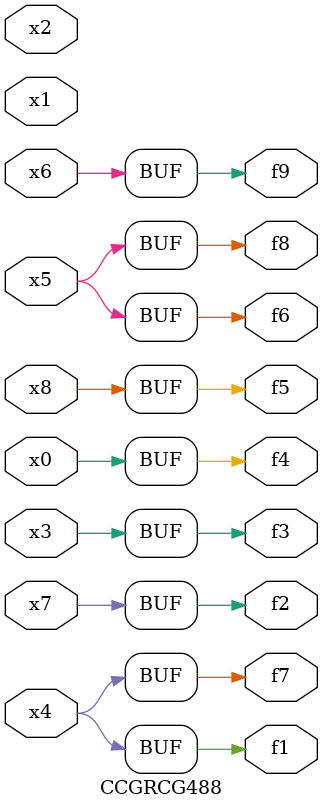
<source format=v>
module CCGRCG488(
	input x0, x1, x2, x3, x4, x5, x6, x7, x8,
	output f1, f2, f3, f4, f5, f6, f7, f8, f9
);
	assign f1 = x4;
	assign f2 = x7;
	assign f3 = x3;
	assign f4 = x0;
	assign f5 = x8;
	assign f6 = x5;
	assign f7 = x4;
	assign f8 = x5;
	assign f9 = x6;
endmodule

</source>
